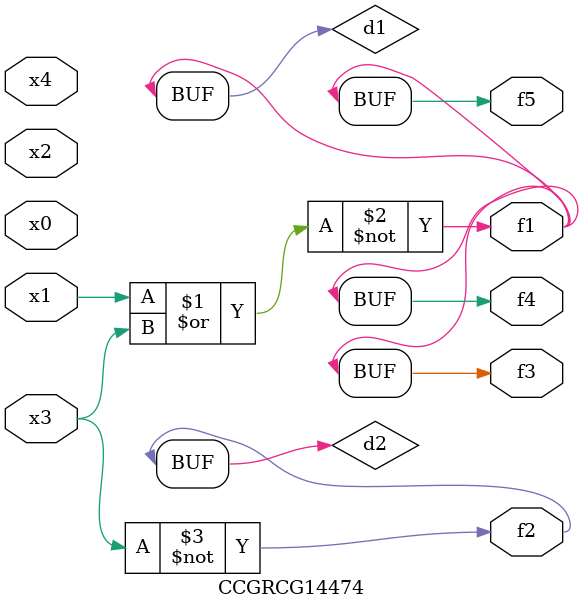
<source format=v>
module CCGRCG14474(
	input x0, x1, x2, x3, x4,
	output f1, f2, f3, f4, f5
);

	wire d1, d2;

	nor (d1, x1, x3);
	not (d2, x3);
	assign f1 = d1;
	assign f2 = d2;
	assign f3 = d1;
	assign f4 = d1;
	assign f5 = d1;
endmodule

</source>
